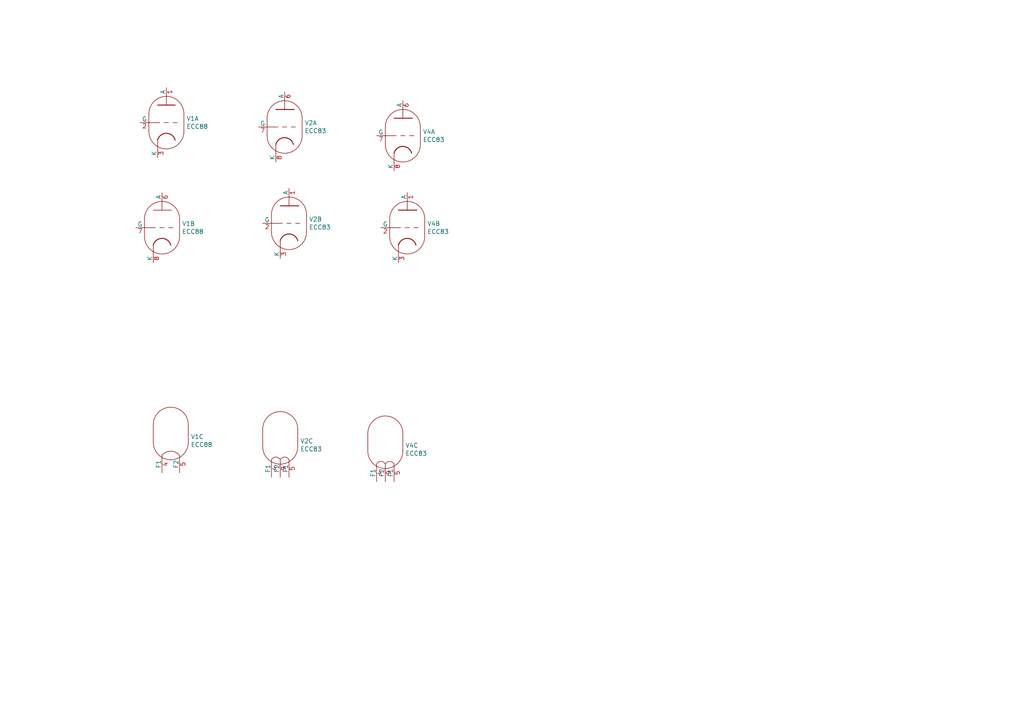
<source format=kicad_sch>
(kicad_sch (version 20210126) (generator eeschema)
  (paper "A4")
  (lib_symbols
    (symbol "Valve:ECC83" (pin_names (offset 0))
      (property "Reference" "U" (at 3.302 7.874 0))
      (property "Value" "ECC83" (at 8.89 -7.62 0))
      (symbol "ECC83_0_1"
        (arc (start -5.08 -2.54) (end 5.08 -2.54) (radius (at 0 -2.54) (length 5.08) (angles -179.9 -0.1)))
        (arc (start 5.08 2.54) (end -5.08 2.54) (radius (at 0 2.54) (length 5.08) (angles 0.1 179.9)))
        (polyline (pts (xy 5.08 2.54) (xy 5.08 -2.54)))
        (polyline (pts (xy -5.08 2.54) (xy -5.08 -2.54) (xy -5.08 -2.54)))
      )
      (symbol "ECC83_1_0"
        (polyline (pts (xy -2.54 -5.08) (xy -2.54 -7.62)))
        (polyline (pts (xy 0 5.08) (xy 0 7.62)))
      )
      (symbol "ECC83_1_1"
        (arc (start 2.54 -5.08) (end -2.54 -5.08) (radius (at 0 -5.715) (length 2.6162) (angles 14.2 165.9)) (stroke (width 0.254)))
        (polyline (pts (xy -5.08 0) (xy -3.175 0)))
        (polyline (pts (xy -1.905 0) (xy -3.175 0)) (stroke (width 0.1524)))
        (polyline (pts (xy -0.635 0) (xy 0.635 0)) (stroke (width 0.1524)))
        (polyline (pts (xy 1.905 0) (xy 3.175 0)) (stroke (width 0.1524)))
        (polyline (pts (xy -2.54 5.08) (xy 2.794 5.08) (xy 2.794 5.08)) (stroke (width 0.254)))
        (pin output line (at 0 10.16 270) (length 2.54) (name "A") (number "6"))
        (pin input line (at -7.62 0 0) (length 2.54) (name "G") (number "7"))
        (pin bidirectional line (at -2.54 -10.16 90) (length 2.54) (name "K") (number "8"))
      )
      (symbol "ECC83_2_0"
        (polyline (pts (xy -2.54 -5.08) (xy -2.54 -7.62)))
        (polyline (pts (xy 0 5.08) (xy 0 7.62)))
      )
      (symbol "ECC83_2_1"
        (arc (start 2.54 -5.08) (end -2.54 -5.08) (radius (at 0 -5.715) (length 2.6162) (angles 14.2 165.9)) (stroke (width 0.254)))
        (polyline (pts (xy -5.08 0) (xy -3.175 0)))
        (polyline (pts (xy -1.905 0) (xy -3.175 0)) (stroke (width 0.1524)))
        (polyline (pts (xy -0.635 0) (xy 0.635 0)) (stroke (width 0.1524)))
        (polyline (pts (xy 1.905 0) (xy 3.175 0)) (stroke (width 0.1524)))
        (polyline (pts (xy -2.54 5.08) (xy 2.794 5.08) (xy 2.794 5.08)) (stroke (width 0.254)))
        (pin output line (at 0 10.16 270) (length 2.54) (name "A") (number "1"))
        (pin input line (at -7.62 0 0) (length 2.54) (name "G") (number "2"))
        (pin bidirectional line (at -2.54 -10.16 90) (length 2.54) (name "K") (number "3"))
      )
      (symbol "ECC83_3_1"
        (arc (start 0 -6.35) (end -2.54 -6.35) (radius (at -1.27 -6.985) (length 1.397) (angles 26.5 153.4)))
        (arc (start 2.54 -6.35) (end 0 -6.35) (radius (at 1.27 -6.985) (length 1.397) (angles 26.5 153.4)))
        (pin power_in line (at -2.54 -11.43 90) (length 5.08) (name "F1") (number "4"))
        (pin power_in line (at 2.54 -11.43 90) (length 5.08) (name "F1") (number "5"))
        (pin power_in line (at 0 -11.43 90) (length 5.08) (name "F2") (number "9"))
      )
    )
    (symbol "Valve:ECC88" (pin_names (offset 0))
      (property "Reference" "U" (at 4.318 7.112 0))
      (property "Value" "ECC88" (at 5.08 -7.62 0))
      (symbol "ECC88_0_1"
        (arc (start -5.08 -2.54) (end 5.08 -2.54) (radius (at 0 -2.54) (length 5.08) (angles -179.9 -0.1)))
        (arc (start 5.08 2.54) (end -5.08 2.54) (radius (at 0 2.54) (length 5.08) (angles 0.1 179.9)))
        (polyline (pts (xy -5.08 0) (xy -5.08 -2.54)))
        (polyline (pts (xy -5.08 2.54) (xy -5.08 0)))
        (polyline (pts (xy 5.08 2.54) (xy 5.08 -2.54)))
      )
      (symbol "ECC88_1_0"
        (polyline (pts (xy -2.54 -5.08) (xy -2.54 -7.62)))
        (polyline (pts (xy 0 5.08) (xy 0 7.62)))
      )
      (symbol "ECC88_1_1"
        (arc (start 2.54 -5.08) (end -2.54 -5.08) (radius (at 0 -5.715) (length 2.6162) (angles 14.2 165.9)) (stroke (width 0.254)))
        (polyline (pts (xy -5.08 0) (xy -3.175 0)))
        (polyline (pts (xy -1.905 0) (xy -3.175 0)) (stroke (width 0.1524)))
        (polyline (pts (xy -0.635 0) (xy 0.635 0)) (stroke (width 0.1524)))
        (polyline (pts (xy 1.905 0) (xy 3.175 0)) (stroke (width 0.1524)))
        (polyline (pts (xy -2.54 5.08) (xy 2.54 5.08) (xy 2.54 5.08)) (stroke (width 0.254)))
        (pin output line (at 0 10.16 270) (length 2.54) (name "A") (number "1"))
        (pin input line (at -7.62 0 0) (length 2.54) (name "G") (number "2"))
        (pin bidirectional line (at -2.54 -10.16 90) (length 2.54) (name "K") (number "3"))
      )
      (symbol "ECC88_2_0"
        (polyline (pts (xy -5.08 0) (xy -3.175 0)))
        (polyline (pts (xy -2.54 -5.08) (xy -2.54 -7.62)))
        (polyline (pts (xy -1.905 0) (xy -3.175 0)) (stroke (width 0.1524)))
        (polyline (pts (xy -0.635 0) (xy 0.635 0)) (stroke (width 0.1524)))
        (polyline (pts (xy 0 5.08) (xy 0 7.62)))
        (polyline (pts (xy 1.905 0) (xy 3.175 0)) (stroke (width 0.1524)))
        (polyline (pts (xy 2.794 5.08) (xy -2.54 5.08) (xy -2.54 5.08)) (stroke (width 0.1524)))
      )
      (symbol "ECC88_2_1"
        (arc (start 2.54 -5.08) (end -2.54 -5.08) (radius (at 0 -5.715) (length 2.6162) (angles 14.2 165.9)) (stroke (width 0.254)))
        (pin output line (at 0 10.16 270) (length 2.54) (name "A") (number "6"))
        (pin input line (at -7.62 0 0) (length 2.54) (name "G") (number "7"))
        (pin bidirectional line (at -2.54 -10.16 90) (length 2.54) (name "K") (number "8"))
      )
      (symbol "ECC88_3_1"
        (arc (start 2.54 -6.35) (end -2.54 -6.35) (radius (at 0 -8.382) (length 3.2512) (angles 38.6 141.3)))
        (pin power_in line (at -2.54 -11.43 90) (length 5.08) (name "F1") (number "4"))
        (pin power_in line (at 2.54 -11.43 90) (length 5.08) (name "F2") (number "5"))
      )
    )
  )
  (symbol (lib_id "Valve:ECC88") (at 49.53 125.73 0) (unit 3)
    (property "Reference" "V1" (at 55.3212 126.6698 0) (effects (justify left)))
    (property "Value" "ECC88" (at 55.3212 128.9812 0) (effects (justify left)))
    (property "Footprint" "Valve:Valve_Noval_P" (effects hide))
    (property "Datasheet" "http://www.r-type.org/pdfs/ecc88.pdf" (effects hide))
  )
  (symbol (lib_id "Valve:ECC83") (at 81.28 127 0) (unit 3)
    (property "Reference" "V2" (at 87.0712 127.9398 0) (effects (justify left)))
    (property "Value" "ECC83" (at 87.0712 130.2512 0) (effects (justify left)))
    (property "Footprint" "Valve:Valve_Noval_P" (effects hide))
    (property "Datasheet" "http://www.r-type.org/pdfs/ecc83.pdf" (effects hide))
  )
  (symbol (lib_id "Valve:ECC83") (at 111.76 128.27 0) (unit 3)
    (property "Reference" "V4" (at 117.5512 129.2098 0) (effects (justify left)))
    (property "Value" "ECC83" (at 117.5512 131.5212 0) (effects (justify left)))
    (property "Footprint" "Valve:Valve_Noval_P" (effects hide))
    (property "Datasheet" "http://www.r-type.org/pdfs/ecc83.pdf" (effects hide))
  )
  (symbol (lib_id "Valve:ECC88") (at 46.99 66.04 0) (unit 2)
    (property "Reference" "V1" (at 52.7812 64.8716 0) (effects (justify left)))
    (property "Value" "ECC88" (at 52.7812 67.183 0) (effects (justify left)))
    (property "Footprint" "Valve:Valve_Noval_P" (effects hide))
    (property "Datasheet" "http://www.r-type.org/pdfs/ecc88.pdf" (effects hide))
  )
  (symbol (lib_id "Valve:ECC88") (at 48.26 35.56 0) (unit 1)
    (property "Reference" "V1" (at 54.0512 34.3916 0) (effects (justify left)))
    (property "Value" "ECC88" (at 54.0512 36.703 0) (effects (justify left)))
    (property "Footprint" "Valve:Valve_Noval_P" (effects hide))
    (property "Datasheet" "http://www.r-type.org/pdfs/ecc88.pdf" (effects hide))
  )
  (symbol (lib_id "Valve:ECC83") (at 82.55 36.83 0) (unit 1)
    (property "Reference" "V2" (at 88.3412 35.6616 0) (effects (justify left)))
    (property "Value" "ECC83" (at 88.3412 37.973 0) (effects (justify left)))
    (property "Footprint" "Valve:Valve_Noval_P" (effects hide))
    (property "Datasheet" "http://www.r-type.org/pdfs/ecc83.pdf" (effects hide))
  )
  (symbol (lib_id "Valve:ECC83") (at 83.82 64.77 0) (unit 2)
    (property "Reference" "V2" (at 89.6112 63.6016 0) (effects (justify left)))
    (property "Value" "ECC83" (at 89.6112 65.913 0) (effects (justify left)))
    (property "Footprint" "Valve:Valve_Noval_P" (effects hide))
    (property "Datasheet" "http://www.r-type.org/pdfs/ecc83.pdf" (effects hide))
  )
  (symbol (lib_id "Valve:ECC83") (at 116.84 39.37 0) (unit 1)
    (property "Reference" "V4" (at 122.6312 38.2016 0) (effects (justify left)))
    (property "Value" "ECC83" (at 122.6312 40.513 0) (effects (justify left)))
    (property "Footprint" "Valve:Valve_Noval_P" (effects hide))
    (property "Datasheet" "http://www.r-type.org/pdfs/ecc83.pdf" (effects hide))
  )
  (symbol (lib_id "Valve:ECC83") (at 118.11 66.04 0) (unit 2)
    (property "Reference" "V4" (at 123.9012 64.8716 0) (effects (justify left)))
    (property "Value" "ECC83" (at 123.9012 67.183 0) (effects (justify left)))
    (property "Footprint" "Valve:Valve_Noval_P" (effects hide))
    (property "Datasheet" "http://www.r-type.org/pdfs/ecc83.pdf" (effects hide))
  )
)
</source>
